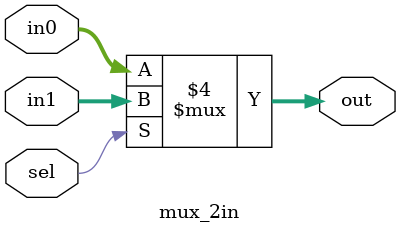
<source format=v>
`timescale 1ns / 1ps

// 2x1 MUX
module mux_2in#( parameter W = 8 )
(
    input [W-1:0] in0,                  // first input (7 bits)
    input [W-1:0] in1,                  // second input (7 bits)
    input sel,                          // select bit
    output reg [W-1:0] out              // output 
    );
    
    always @(*)
        if(sel==1'b0)                   // if select is True
            out <= in0;                 // out is the first input 
        else
            out <= in1;                 // out is second input 
endmodule

</source>
